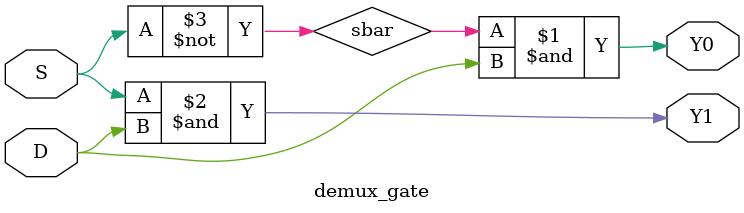
<source format=v>
`timescale 1ns / 1ps


module demux_gate(
    input S,D,
    output Y0,Y1
    );
    
    wire sbar;
    not(sbar,S);
    and(Y0,sbar,D);
    and(Y1,S,D);
endmodule

</source>
